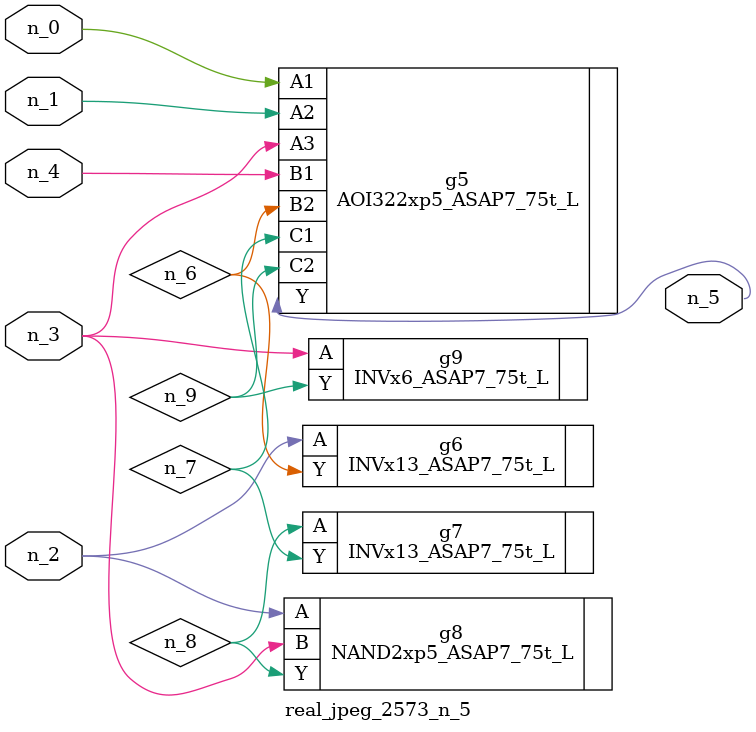
<source format=v>
module real_jpeg_2573_n_5 (n_4, n_0, n_1, n_2, n_3, n_5);

input n_4;
input n_0;
input n_1;
input n_2;
input n_3;

output n_5;

wire n_8;
wire n_6;
wire n_7;
wire n_9;

AOI322xp5_ASAP7_75t_L g5 ( 
.A1(n_0),
.A2(n_1),
.A3(n_3),
.B1(n_4),
.B2(n_6),
.C1(n_7),
.C2(n_9),
.Y(n_5)
);

INVx13_ASAP7_75t_L g6 ( 
.A(n_2),
.Y(n_6)
);

NAND2xp5_ASAP7_75t_L g8 ( 
.A(n_2),
.B(n_3),
.Y(n_8)
);

INVx6_ASAP7_75t_L g9 ( 
.A(n_3),
.Y(n_9)
);

INVx13_ASAP7_75t_L g7 ( 
.A(n_8),
.Y(n_7)
);


endmodule
</source>
